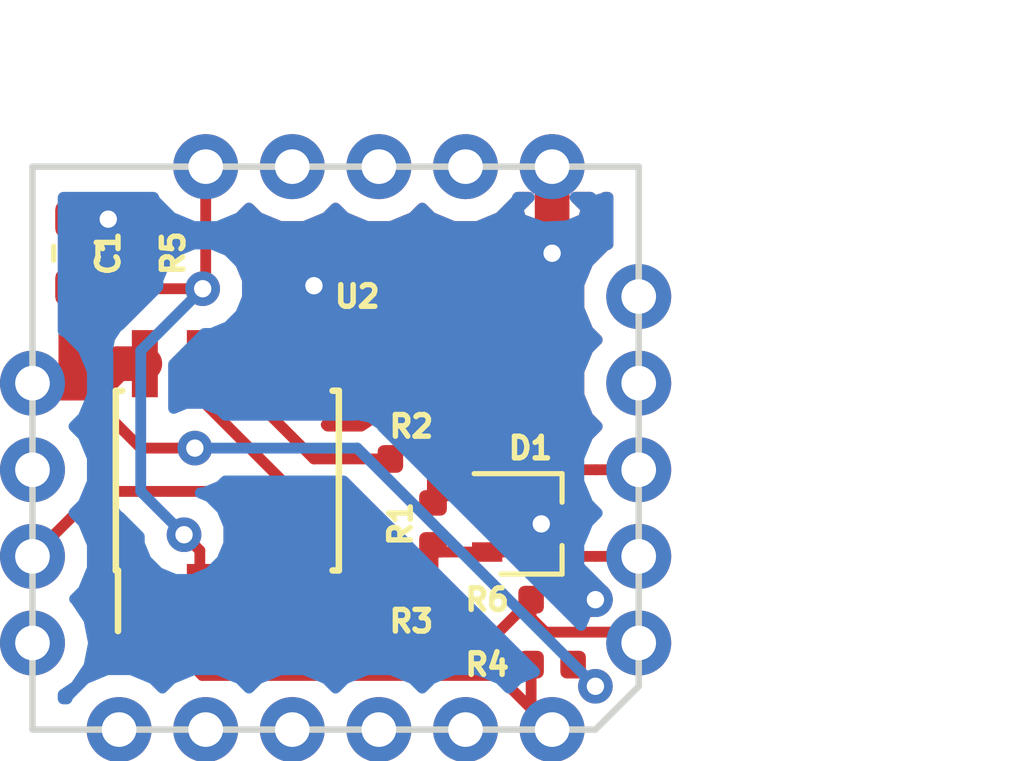
<source format=kicad_pcb>
(kicad_pcb (version 20171130) (host pcbnew 5.0.2-bee76a0~70~ubuntu18.04.1)

  (general
    (thickness 1.6)
    (drawings 5)
    (tracks 87)
    (zones 0)
    (modules 10)
    (nets 23)
  )

  (page A4)
  (layers
    (0 F.Cu signal)
    (1 In1.Cu signal)
    (2 In2.Cu signal)
    (31 B.Cu signal)
    (32 B.Adhes user)
    (33 F.Adhes user)
    (34 B.Paste user)
    (35 F.Paste user)
    (36 B.SilkS user)
    (37 F.SilkS user)
    (38 B.Mask user)
    (39 F.Mask user)
    (40 Dwgs.User user)
    (41 Cmts.User user)
    (42 Eco1.User user)
    (43 Eco2.User user)
    (44 Edge.Cuts user)
    (45 Margin user)
    (46 B.CrtYd user)
    (47 F.CrtYd user)
    (48 B.Fab user)
    (49 F.Fab user)
  )

  (setup
    (last_trace_width 0.25)
    (user_trace_width 0.6)
    (user_trace_width 0.8)
    (user_trace_width 1.2)
    (trace_clearance 0.2)
    (zone_clearance 0.508)
    (zone_45_only no)
    (trace_min 0.2)
    (segment_width 0.2)
    (edge_width 0.15)
    (via_size 0.8)
    (via_drill 0.4)
    (via_min_size 0.4)
    (via_min_drill 0.3)
    (uvia_size 0.3)
    (uvia_drill 0.1)
    (uvias_allowed no)
    (uvia_min_size 0.2)
    (uvia_min_drill 0.1)
    (pcb_text_width 0.3)
    (pcb_text_size 1.5 1.5)
    (mod_edge_width 0.15)
    (mod_text_size 1 1)
    (mod_text_width 0.15)
    (pad_size 1.524 1.524)
    (pad_drill 0.762)
    (pad_to_mask_clearance 0.051)
    (solder_mask_min_width 0.25)
    (aux_axis_origin 0 0)
    (visible_elements FFFFFF7F)
    (pcbplotparams
      (layerselection 0x010fc_ffffffff)
      (usegerberextensions false)
      (usegerberattributes false)
      (usegerberadvancedattributes false)
      (creategerberjobfile false)
      (excludeedgelayer true)
      (linewidth 0.100000)
      (plotframeref false)
      (viasonmask false)
      (mode 1)
      (useauxorigin false)
      (hpglpennumber 1)
      (hpglpenspeed 20)
      (hpglpendiameter 15.000000)
      (psnegative false)
      (psa4output false)
      (plotreference true)
      (plotvalue true)
      (plotinvisibletext false)
      (padsonsilk false)
      (subtractmaskfromsilk false)
      (outputformat 1)
      (mirror false)
      (drillshape 1)
      (scaleselection 1)
      (outputdirectory ""))
  )

  (net 0 "")
  (net 1 +3V3)
  (net 2 GND)
  (net 3 "Net-(D1-Pad1)")
  (net 4 "Net-(D1-Pad2)")
  (net 5 "Net-(R2-Pad1)")
  (net 6 "Net-(R3-Pad1)")
  (net 7 R)
  (net 8 CTS)
  (net 9 "Net-(U1-Pad2)")
  (net 10 D)
  (net 11 "Net-(U1-Pad4)")
  (net 12 "Net-(U1-Pad5)")
  (net 13 "Net-(U1-Pad6)")
  (net 14 "Net-(U1-Pad7)")
  (net 15 "Net-(U1-Pad8)")
  (net 16 "Net-(U1-Pad9)")
  (net 17 "Net-(U1-Pad14)")
  (net 18 "Net-(U1-Pad15)")
  (net 19 "Net-(U1-Pad17)")
  (net 20 "Net-(U1-Pad18)")
  (net 21 "Net-(U1-Pad19)")
  (net 22 RTS)

  (net_class Default "This is the default net class."
    (clearance 0.2)
    (trace_width 0.25)
    (via_dia 0.8)
    (via_drill 0.4)
    (uvia_dia 0.3)
    (uvia_drill 0.1)
    (add_net +3V3)
    (add_net CTS)
    (add_net D)
    (add_net GND)
    (add_net "Net-(D1-Pad1)")
    (add_net "Net-(D1-Pad2)")
    (add_net "Net-(R2-Pad1)")
    (add_net "Net-(R3-Pad1)")
    (add_net "Net-(U1-Pad14)")
    (add_net "Net-(U1-Pad15)")
    (add_net "Net-(U1-Pad17)")
    (add_net "Net-(U1-Pad18)")
    (add_net "Net-(U1-Pad19)")
    (add_net "Net-(U1-Pad2)")
    (add_net "Net-(U1-Pad4)")
    (add_net "Net-(U1-Pad5)")
    (add_net "Net-(U1-Pad6)")
    (add_net "Net-(U1-Pad7)")
    (add_net "Net-(U1-Pad8)")
    (add_net "Net-(U1-Pad9)")
    (add_net R)
    (add_net RTS)
  )

  (module Capacitor_SMD:C_0603_1608Metric (layer F.Cu) (tedit 5CACFA9B) (tstamp 5CAA67AF)
    (at 113.5 62.5 90)
    (descr "Capacitor SMD 0603 (1608 Metric), square (rectangular) end terminal, IPC_7351 nominal, (Body size source: http://www.tortai-tech.com/upload/download/2011102023233369053.pdf), generated with kicad-footprint-generator")
    (tags capacitor)
    (path /5CAA660E)
    (attr smd)
    (fp_text reference C1 (at 0 0.75 90) (layer F.SilkS)
      (effects (font (size 0.5 0.5) (thickness 0.125)))
    )
    (fp_text value C (at 0 1.43 90) (layer F.Fab)
      (effects (font (size 1 1) (thickness 0.15)))
    )
    (fp_line (start -0.8 0.4) (end -0.8 -0.4) (layer F.Fab) (width 0.1))
    (fp_line (start -0.8 -0.4) (end 0.8 -0.4) (layer F.Fab) (width 0.1))
    (fp_line (start 0.8 -0.4) (end 0.8 0.4) (layer F.Fab) (width 0.1))
    (fp_line (start 0.8 0.4) (end -0.8 0.4) (layer F.Fab) (width 0.1))
    (fp_line (start -0.162779 -0.51) (end 0.162779 -0.51) (layer F.SilkS) (width 0.12))
    (fp_line (start -0.162779 0.51) (end 0.162779 0.51) (layer F.SilkS) (width 0.12))
    (fp_line (start -1.48 0.73) (end -1.48 -0.73) (layer F.CrtYd) (width 0.05))
    (fp_line (start -1.48 -0.73) (end 1.48 -0.73) (layer F.CrtYd) (width 0.05))
    (fp_line (start 1.48 -0.73) (end 1.48 0.73) (layer F.CrtYd) (width 0.05))
    (fp_line (start 1.48 0.73) (end -1.48 0.73) (layer F.CrtYd) (width 0.05))
    (fp_text user %R (at 0 0 90) (layer F.Fab)
      (effects (font (size 0.4 0.4) (thickness 0.06)))
    )
    (pad 1 smd roundrect (at -0.7875 0 90) (size 0.875 0.95) (layers F.Cu F.Paste F.Mask) (roundrect_rratio 0.25)
      (net 1 +3V3))
    (pad 2 smd roundrect (at 0.7875 0 90) (size 0.875 0.95) (layers F.Cu F.Paste F.Mask) (roundrect_rratio 0.25)
      (net 2 GND))
    (model ${KISYS3DMOD}/Capacitor_SMD.3dshapes/C_0603_1608Metric.wrl
      (at (xyz 0 0 0))
      (scale (xyz 1 1 1))
      (rotate (xyz 0 0 0))
    )
  )

  (module Package_TO_SOT_SMD:SOT-323_SC-70 (layer F.Cu) (tedit 5CACFA50) (tstamp 5CAA67C4)
    (at 124 68.75)
    (descr "SOT-323, SC-70")
    (tags "SOT-323 SC-70")
    (path /5CAA76C9)
    (attr smd)
    (fp_text reference D1 (at 0 -1.75) (layer F.SilkS)
      (effects (font (size 0.5 0.5) (thickness 0.125)))
    )
    (fp_text value SP0502BAJT (at -0.05 2.05) (layer F.Fab)
      (effects (font (size 1 1) (thickness 0.15)))
    )
    (fp_text user %R (at 0 0 90) (layer F.Fab)
      (effects (font (size 0.5 0.5) (thickness 0.075)))
    )
    (fp_line (start 0.73 0.5) (end 0.73 1.16) (layer F.SilkS) (width 0.12))
    (fp_line (start 0.73 -1.16) (end 0.73 -0.5) (layer F.SilkS) (width 0.12))
    (fp_line (start 1.7 1.3) (end -1.7 1.3) (layer F.CrtYd) (width 0.05))
    (fp_line (start 1.7 -1.3) (end 1.7 1.3) (layer F.CrtYd) (width 0.05))
    (fp_line (start -1.7 -1.3) (end 1.7 -1.3) (layer F.CrtYd) (width 0.05))
    (fp_line (start -1.7 1.3) (end -1.7 -1.3) (layer F.CrtYd) (width 0.05))
    (fp_line (start 0.73 -1.16) (end -1.3 -1.16) (layer F.SilkS) (width 0.12))
    (fp_line (start -0.68 1.16) (end 0.73 1.16) (layer F.SilkS) (width 0.12))
    (fp_line (start 0.67 -1.1) (end -0.18 -1.1) (layer F.Fab) (width 0.1))
    (fp_line (start -0.68 -0.6) (end -0.68 1.1) (layer F.Fab) (width 0.1))
    (fp_line (start 0.67 -1.1) (end 0.67 1.1) (layer F.Fab) (width 0.1))
    (fp_line (start 0.67 1.1) (end -0.68 1.1) (layer F.Fab) (width 0.1))
    (fp_line (start -0.18 -1.1) (end -0.68 -0.6) (layer F.Fab) (width 0.1))
    (pad 1 smd rect (at -1 -0.65 270) (size 0.45 0.7) (layers F.Cu F.Paste F.Mask)
      (net 3 "Net-(D1-Pad1)"))
    (pad 2 smd rect (at -1 0.65 270) (size 0.45 0.7) (layers F.Cu F.Paste F.Mask)
      (net 4 "Net-(D1-Pad2)"))
    (pad 3 smd rect (at 1 0 270) (size 0.45 0.7) (layers F.Cu F.Paste F.Mask)
      (net 2 GND))
    (model ${KISYS3DMOD}/Package_TO_SOT_SMD.3dshapes/SOT-323_SC-70.wrl
      (at (xyz 0 0 0))
      (scale (xyz 1 1 1))
      (rotate (xyz 0 0 0))
    )
  )

  (module Resistor_SMD:R_0402_1005Metric (layer F.Cu) (tedit 5CACFA67) (tstamp 5CAA67D3)
    (at 121.75 68.75 270)
    (descr "Resistor SMD 0402 (1005 Metric), square (rectangular) end terminal, IPC_7351 nominal, (Body size source: http://www.tortai-tech.com/upload/download/2011102023233369053.pdf), generated with kicad-footprint-generator")
    (tags resistor)
    (path /5CAA7AA1)
    (attr smd)
    (fp_text reference R1 (at 0 0.75 270) (layer F.SilkS)
      (effects (font (size 0.5 0.5) (thickness 0.125)))
    )
    (fp_text value R (at 0 1.17 270) (layer F.Fab)
      (effects (font (size 1 1) (thickness 0.15)))
    )
    (fp_text user %R (at 0 0 270) (layer F.Fab)
      (effects (font (size 0.25 0.25) (thickness 0.04)))
    )
    (fp_line (start 0.93 0.47) (end -0.93 0.47) (layer F.CrtYd) (width 0.05))
    (fp_line (start 0.93 -0.47) (end 0.93 0.47) (layer F.CrtYd) (width 0.05))
    (fp_line (start -0.93 -0.47) (end 0.93 -0.47) (layer F.CrtYd) (width 0.05))
    (fp_line (start -0.93 0.47) (end -0.93 -0.47) (layer F.CrtYd) (width 0.05))
    (fp_line (start 0.5 0.25) (end -0.5 0.25) (layer F.Fab) (width 0.1))
    (fp_line (start 0.5 -0.25) (end 0.5 0.25) (layer F.Fab) (width 0.1))
    (fp_line (start -0.5 -0.25) (end 0.5 -0.25) (layer F.Fab) (width 0.1))
    (fp_line (start -0.5 0.25) (end -0.5 -0.25) (layer F.Fab) (width 0.1))
    (pad 2 smd roundrect (at 0.485 0 270) (size 0.59 0.64) (layers F.Cu F.Paste F.Mask) (roundrect_rratio 0.25)
      (net 4 "Net-(D1-Pad2)"))
    (pad 1 smd roundrect (at -0.485 0 270) (size 0.59 0.64) (layers F.Cu F.Paste F.Mask) (roundrect_rratio 0.25)
      (net 3 "Net-(D1-Pad1)"))
    (model ${KISYS3DMOD}/Resistor_SMD.3dshapes/R_0402_1005Metric.wrl
      (at (xyz 0 0 0))
      (scale (xyz 1 1 1))
      (rotate (xyz 0 0 0))
    )
  )

  (module Resistor_SMD:R_0402_1005Metric (layer F.Cu) (tedit 5CACFA44) (tstamp 5CAA67E2)
    (at 121.25 67.25)
    (descr "Resistor SMD 0402 (1005 Metric), square (rectangular) end terminal, IPC_7351 nominal, (Body size source: http://www.tortai-tech.com/upload/download/2011102023233369053.pdf), generated with kicad-footprint-generator")
    (tags resistor)
    (path /5CAA7B9A)
    (attr smd)
    (fp_text reference R2 (at 0 -0.75) (layer F.SilkS)
      (effects (font (size 0.5 0.5) (thickness 0.125)))
    )
    (fp_text value R (at 0 1.17) (layer F.Fab)
      (effects (font (size 1 1) (thickness 0.15)))
    )
    (fp_line (start -0.5 0.25) (end -0.5 -0.25) (layer F.Fab) (width 0.1))
    (fp_line (start -0.5 -0.25) (end 0.5 -0.25) (layer F.Fab) (width 0.1))
    (fp_line (start 0.5 -0.25) (end 0.5 0.25) (layer F.Fab) (width 0.1))
    (fp_line (start 0.5 0.25) (end -0.5 0.25) (layer F.Fab) (width 0.1))
    (fp_line (start -0.93 0.47) (end -0.93 -0.47) (layer F.CrtYd) (width 0.05))
    (fp_line (start -0.93 -0.47) (end 0.93 -0.47) (layer F.CrtYd) (width 0.05))
    (fp_line (start 0.93 -0.47) (end 0.93 0.47) (layer F.CrtYd) (width 0.05))
    (fp_line (start 0.93 0.47) (end -0.93 0.47) (layer F.CrtYd) (width 0.05))
    (fp_text user %R (at 0 0) (layer F.Fab)
      (effects (font (size 0.25 0.25) (thickness 0.04)))
    )
    (pad 1 smd roundrect (at -0.485 0) (size 0.59 0.64) (layers F.Cu F.Paste F.Mask) (roundrect_rratio 0.25)
      (net 5 "Net-(R2-Pad1)"))
    (pad 2 smd roundrect (at 0.485 0) (size 0.59 0.64) (layers F.Cu F.Paste F.Mask) (roundrect_rratio 0.25)
      (net 3 "Net-(D1-Pad1)"))
    (model ${KISYS3DMOD}/Resistor_SMD.3dshapes/R_0402_1005Metric.wrl
      (at (xyz 0 0 0))
      (scale (xyz 1 1 1))
      (rotate (xyz 0 0 0))
    )
  )

  (module Resistor_SMD:R_0402_1005Metric (layer F.Cu) (tedit 5CACFA75) (tstamp 5CAA67F1)
    (at 121.25 70.25)
    (descr "Resistor SMD 0402 (1005 Metric), square (rectangular) end terminal, IPC_7351 nominal, (Body size source: http://www.tortai-tech.com/upload/download/2011102023233369053.pdf), generated with kicad-footprint-generator")
    (tags resistor)
    (path /5CAA7D90)
    (attr smd)
    (fp_text reference R3 (at 0 0.75) (layer F.SilkS)
      (effects (font (size 0.5 0.5) (thickness 0.125)))
    )
    (fp_text value R (at 0 1.17) (layer F.Fab)
      (effects (font (size 1 1) (thickness 0.15)))
    )
    (fp_text user %R (at 0 0) (layer F.Fab)
      (effects (font (size 0.25 0.25) (thickness 0.04)))
    )
    (fp_line (start 0.93 0.47) (end -0.93 0.47) (layer F.CrtYd) (width 0.05))
    (fp_line (start 0.93 -0.47) (end 0.93 0.47) (layer F.CrtYd) (width 0.05))
    (fp_line (start -0.93 -0.47) (end 0.93 -0.47) (layer F.CrtYd) (width 0.05))
    (fp_line (start -0.93 0.47) (end -0.93 -0.47) (layer F.CrtYd) (width 0.05))
    (fp_line (start 0.5 0.25) (end -0.5 0.25) (layer F.Fab) (width 0.1))
    (fp_line (start 0.5 -0.25) (end 0.5 0.25) (layer F.Fab) (width 0.1))
    (fp_line (start -0.5 -0.25) (end 0.5 -0.25) (layer F.Fab) (width 0.1))
    (fp_line (start -0.5 0.25) (end -0.5 -0.25) (layer F.Fab) (width 0.1))
    (pad 2 smd roundrect (at 0.485 0) (size 0.59 0.64) (layers F.Cu F.Paste F.Mask) (roundrect_rratio 0.25)
      (net 4 "Net-(D1-Pad2)"))
    (pad 1 smd roundrect (at -0.485 0) (size 0.59 0.64) (layers F.Cu F.Paste F.Mask) (roundrect_rratio 0.25)
      (net 6 "Net-(R3-Pad1)"))
    (model ${KISYS3DMOD}/Resistor_SMD.3dshapes/R_0402_1005Metric.wrl
      (at (xyz 0 0 0))
      (scale (xyz 1 1 1))
      (rotate (xyz 0 0 0))
    )
  )

  (module Resistor_SMD:R_0402_1005Metric (layer F.Cu) (tedit 5CACFA81) (tstamp 5CAA6800)
    (at 124.5 72 180)
    (descr "Resistor SMD 0402 (1005 Metric), square (rectangular) end terminal, IPC_7351 nominal, (Body size source: http://www.tortai-tech.com/upload/download/2011102023233369053.pdf), generated with kicad-footprint-generator")
    (tags resistor)
    (path /5CAA5C63)
    (attr smd)
    (fp_text reference R4 (at 1.5 0 180) (layer F.SilkS)
      (effects (font (size 0.5 0.5) (thickness 0.125)))
    )
    (fp_text value R (at 0 1.17 180) (layer F.Fab)
      (effects (font (size 1 1) (thickness 0.15)))
    )
    (fp_line (start -0.5 0.25) (end -0.5 -0.25) (layer F.Fab) (width 0.1))
    (fp_line (start -0.5 -0.25) (end 0.5 -0.25) (layer F.Fab) (width 0.1))
    (fp_line (start 0.5 -0.25) (end 0.5 0.25) (layer F.Fab) (width 0.1))
    (fp_line (start 0.5 0.25) (end -0.5 0.25) (layer F.Fab) (width 0.1))
    (fp_line (start -0.93 0.47) (end -0.93 -0.47) (layer F.CrtYd) (width 0.05))
    (fp_line (start -0.93 -0.47) (end 0.93 -0.47) (layer F.CrtYd) (width 0.05))
    (fp_line (start 0.93 -0.47) (end 0.93 0.47) (layer F.CrtYd) (width 0.05))
    (fp_line (start 0.93 0.47) (end -0.93 0.47) (layer F.CrtYd) (width 0.05))
    (fp_text user %R (at 0 0 180) (layer F.Fab)
      (effects (font (size 0.25 0.25) (thickness 0.04)))
    )
    (pad 1 smd roundrect (at -0.485 0 180) (size 0.59 0.64) (layers F.Cu F.Paste F.Mask) (roundrect_rratio 0.25)
      (net 1 +3V3))
    (pad 2 smd roundrect (at 0.485 0 180) (size 0.59 0.64) (layers F.Cu F.Paste F.Mask) (roundrect_rratio 0.25)
      (net 7 R))
    (model ${KISYS3DMOD}/Resistor_SMD.3dshapes/R_0402_1005Metric.wrl
      (at (xyz 0 0 0))
      (scale (xyz 1 1 1))
      (rotate (xyz 0 0 0))
    )
  )

  (module Resistor_SMD:R_0402_1005Metric (layer F.Cu) (tedit 5CACFA95) (tstamp 5CAA680F)
    (at 115 62.5 90)
    (descr "Resistor SMD 0402 (1005 Metric), square (rectangular) end terminal, IPC_7351 nominal, (Body size source: http://www.tortai-tech.com/upload/download/2011102023233369053.pdf), generated with kicad-footprint-generator")
    (tags resistor)
    (path /5CAA5D41)
    (attr smd)
    (fp_text reference R5 (at 0 0.75 90) (layer F.SilkS)
      (effects (font (size 0.5 0.5) (thickness 0.125)))
    )
    (fp_text value R (at 0 1.17 90) (layer F.Fab)
      (effects (font (size 1 1) (thickness 0.15)))
    )
    (fp_text user %R (at 0 0 90) (layer F.Fab)
      (effects (font (size 0.25 0.25) (thickness 0.04)))
    )
    (fp_line (start 0.93 0.47) (end -0.93 0.47) (layer F.CrtYd) (width 0.05))
    (fp_line (start 0.93 -0.47) (end 0.93 0.47) (layer F.CrtYd) (width 0.05))
    (fp_line (start -0.93 -0.47) (end 0.93 -0.47) (layer F.CrtYd) (width 0.05))
    (fp_line (start -0.93 0.47) (end -0.93 -0.47) (layer F.CrtYd) (width 0.05))
    (fp_line (start 0.5 0.25) (end -0.5 0.25) (layer F.Fab) (width 0.1))
    (fp_line (start 0.5 -0.25) (end 0.5 0.25) (layer F.Fab) (width 0.1))
    (fp_line (start -0.5 -0.25) (end 0.5 -0.25) (layer F.Fab) (width 0.1))
    (fp_line (start -0.5 0.25) (end -0.5 -0.25) (layer F.Fab) (width 0.1))
    (pad 2 smd roundrect (at 0.485 0 90) (size 0.59 0.64) (layers F.Cu F.Paste F.Mask) (roundrect_rratio 0.25)
      (net 2 GND))
    (pad 1 smd roundrect (at -0.485 0 90) (size 0.59 0.64) (layers F.Cu F.Paste F.Mask) (roundrect_rratio 0.25)
      (net 22 RTS))
    (model ${KISYS3DMOD}/Resistor_SMD.3dshapes/R_0402_1005Metric.wrl
      (at (xyz 0 0 0))
      (scale (xyz 1 1 1))
      (rotate (xyz 0 0 0))
    )
  )

  (module Resistor_SMD:R_0402_1005Metric (layer F.Cu) (tedit 5CACFA5F) (tstamp 5CAA681E)
    (at 124.5 70.5)
    (descr "Resistor SMD 0402 (1005 Metric), square (rectangular) end terminal, IPC_7351 nominal, (Body size source: http://www.tortai-tech.com/upload/download/2011102023233369053.pdf), generated with kicad-footprint-generator")
    (tags resistor)
    (path /5CAA5D8F)
    (attr smd)
    (fp_text reference R6 (at -1.5 0) (layer F.SilkS)
      (effects (font (size 0.5 0.5) (thickness 0.125)))
    )
    (fp_text value R (at 0 1.17) (layer F.Fab)
      (effects (font (size 1 1) (thickness 0.15)))
    )
    (fp_line (start -0.5 0.25) (end -0.5 -0.25) (layer F.Fab) (width 0.1))
    (fp_line (start -0.5 -0.25) (end 0.5 -0.25) (layer F.Fab) (width 0.1))
    (fp_line (start 0.5 -0.25) (end 0.5 0.25) (layer F.Fab) (width 0.1))
    (fp_line (start 0.5 0.25) (end -0.5 0.25) (layer F.Fab) (width 0.1))
    (fp_line (start -0.93 0.47) (end -0.93 -0.47) (layer F.CrtYd) (width 0.05))
    (fp_line (start -0.93 -0.47) (end 0.93 -0.47) (layer F.CrtYd) (width 0.05))
    (fp_line (start 0.93 -0.47) (end 0.93 0.47) (layer F.CrtYd) (width 0.05))
    (fp_line (start 0.93 0.47) (end -0.93 0.47) (layer F.CrtYd) (width 0.05))
    (fp_text user %R (at 0 0) (layer F.Fab)
      (effects (font (size 0.25 0.25) (thickness 0.04)))
    )
    (pad 1 smd roundrect (at -0.485 0) (size 0.59 0.64) (layers F.Cu F.Paste F.Mask) (roundrect_rratio 0.25)
      (net 8 CTS))
    (pad 2 smd roundrect (at 0.485 0) (size 0.59 0.64) (layers F.Cu F.Paste F.Mask) (roundrect_rratio 0.25)
      (net 2 GND))
    (model ${KISYS3DMOD}/Resistor_SMD.3dshapes/R_0402_1005Metric.wrl
      (at (xyz 0 0 0))
      (scale (xyz 1 1 1))
      (rotate (xyz 0 0 0))
    )
  )

  (module Package_SO:SOIC-8_3.9x4.9mm_P1.27mm (layer F.Cu) (tedit 5CACFA89) (tstamp 5CAA6858)
    (at 117 67.75 90)
    (descr "8-Lead Plastic Small Outline (SN) - Narrow, 3.90 mm Body [SOIC] (see Microchip Packaging Specification 00000049BS.pdf)")
    (tags "SOIC 1.27")
    (path /5CAA592B)
    (attr smd)
    (fp_text reference U2 (at 4.25 3) (layer F.SilkS)
      (effects (font (size 0.5 0.5) (thickness 0.125)))
    )
    (fp_text value SN65HVD72DR (at 0 3.5 90) (layer F.Fab)
      (effects (font (size 1 1) (thickness 0.15)))
    )
    (fp_text user %R (at 0 0 90) (layer F.Fab)
      (effects (font (size 1 1) (thickness 0.15)))
    )
    (fp_line (start -0.95 -2.45) (end 1.95 -2.45) (layer F.Fab) (width 0.1))
    (fp_line (start 1.95 -2.45) (end 1.95 2.45) (layer F.Fab) (width 0.1))
    (fp_line (start 1.95 2.45) (end -1.95 2.45) (layer F.Fab) (width 0.1))
    (fp_line (start -1.95 2.45) (end -1.95 -1.45) (layer F.Fab) (width 0.1))
    (fp_line (start -1.95 -1.45) (end -0.95 -2.45) (layer F.Fab) (width 0.1))
    (fp_line (start -3.73 -2.7) (end -3.73 2.7) (layer F.CrtYd) (width 0.05))
    (fp_line (start 3.73 -2.7) (end 3.73 2.7) (layer F.CrtYd) (width 0.05))
    (fp_line (start -3.73 -2.7) (end 3.73 -2.7) (layer F.CrtYd) (width 0.05))
    (fp_line (start -3.73 2.7) (end 3.73 2.7) (layer F.CrtYd) (width 0.05))
    (fp_line (start -2.075 -2.575) (end -2.075 -2.525) (layer F.SilkS) (width 0.15))
    (fp_line (start 2.075 -2.575) (end 2.075 -2.43) (layer F.SilkS) (width 0.15))
    (fp_line (start 2.075 2.575) (end 2.075 2.43) (layer F.SilkS) (width 0.15))
    (fp_line (start -2.075 2.575) (end -2.075 2.43) (layer F.SilkS) (width 0.15))
    (fp_line (start -2.075 -2.575) (end 2.075 -2.575) (layer F.SilkS) (width 0.15))
    (fp_line (start -2.075 2.575) (end 2.075 2.575) (layer F.SilkS) (width 0.15))
    (fp_line (start -2.075 -2.525) (end -3.475 -2.525) (layer F.SilkS) (width 0.15))
    (pad 1 smd rect (at -2.7 -1.905 90) (size 1.55 0.6) (layers F.Cu F.Paste F.Mask)
      (net 7 R))
    (pad 2 smd rect (at -2.7 -0.635 90) (size 1.55 0.6) (layers F.Cu F.Paste F.Mask)
      (net 22 RTS))
    (pad 3 smd rect (at -2.7 0.635 90) (size 1.55 0.6) (layers F.Cu F.Paste F.Mask)
      (net 8 CTS))
    (pad 4 smd rect (at -2.7 1.905 90) (size 1.55 0.6) (layers F.Cu F.Paste F.Mask)
      (net 10 D))
    (pad 5 smd rect (at 2.7 1.905 90) (size 1.55 0.6) (layers F.Cu F.Paste F.Mask)
      (net 2 GND))
    (pad 6 smd rect (at 2.7 0.635 90) (size 1.55 0.6) (layers F.Cu F.Paste F.Mask)
      (net 5 "Net-(R2-Pad1)"))
    (pad 7 smd rect (at 2.7 -0.635 90) (size 1.55 0.6) (layers F.Cu F.Paste F.Mask)
      (net 6 "Net-(R3-Pad1)"))
    (pad 8 smd rect (at 2.7 -1.905 90) (size 1.55 0.6) (layers F.Cu F.Paste F.Mask)
      (net 1 +3V3))
    (model ${KISYS3DMOD}/Package_SO.3dshapes/SOIC-8_3.9x4.9mm_P1.27mm.wrl
      (at (xyz 0 0 0))
      (scale (xyz 1 1 1))
      (rotate (xyz 0 0 0))
    )
  )

  (module TJ:LAN8742_INT_B (layer F.Cu) (tedit 5CACFAAB) (tstamp 5CAB756A)
    (at 112.5 60.5)
    (path /5CAA5A15)
    (fp_text reference U1 (at 16 -1) (layer F.SilkS) hide
      (effects (font (size 1 1) (thickness 0.15)))
    )
    (fp_text value LAN8742_INT (at 18 -3) (layer F.Fab)
      (effects (font (size 1 1) (thickness 0.15)))
    )
    (fp_line (start 0 0) (end 0 13) (layer F.CrtYd) (width 0.15))
    (fp_line (start 0 13) (end 13 13) (layer F.CrtYd) (width 0.15))
    (fp_line (start 13 13) (end 14 12) (layer F.CrtYd) (width 0.15))
    (fp_line (start 14 12) (end 14 0) (layer F.CrtYd) (width 0.15))
    (fp_line (start 14 0) (end 0 0) (layer F.CrtYd) (width 0.15))
    (pad 1 thru_hole circle (at 0 5) (size 1.5 1.5) (drill 0.8) (layers *.Cu *.Mask)
      (net 1 +3V3))
    (pad 2 thru_hole circle (at 0 7) (size 1.5 1.5) (drill 0.8) (layers *.Cu *.Mask)
      (net 9 "Net-(U1-Pad2)"))
    (pad 3 thru_hole circle (at 0 9) (size 1.5 1.5) (drill 0.8) (layers *.Cu *.Mask)
      (net 10 D))
    (pad 4 thru_hole oval (at 0 11) (size 1.5 1.5) (drill 0.8) (layers *.Cu *.Mask)
      (net 11 "Net-(U1-Pad4)"))
    (pad 5 thru_hole circle (at 2 13) (size 1.5 1.5) (drill 0.8) (layers *.Cu *.Mask)
      (net 12 "Net-(U1-Pad5)"))
    (pad 6 thru_hole circle (at 4 13) (size 1.5 1.5) (drill 0.8) (layers *.Cu *.Mask)
      (net 13 "Net-(U1-Pad6)"))
    (pad 7 thru_hole circle (at 6 13) (size 1.5 1.5) (drill 0.8) (layers *.Cu *.Mask)
      (net 14 "Net-(U1-Pad7)"))
    (pad 8 thru_hole circle (at 8 13) (size 1.5 1.5) (drill 0.8) (layers *.Cu *.Mask)
      (net 15 "Net-(U1-Pad8)"))
    (pad 9 thru_hole circle (at 10 13) (size 1.5 1.5) (drill 0.8) (layers *.Cu *.Mask)
      (net 16 "Net-(U1-Pad9)"))
    (pad 10 thru_hole circle (at 12 13) (size 1.5 1.5) (drill 0.8) (layers *.Cu *.Mask)
      (net 7 R))
    (pad 11 thru_hole circle (at 14 11) (size 1.5 1.5) (drill 0.8) (layers *.Cu *.Mask)
      (net 8 CTS))
    (pad 12 thru_hole circle (at 14 9) (size 1.5 1.5) (drill 0.8) (layers *.Cu *.Mask)
      (net 4 "Net-(D1-Pad2)"))
    (pad 13 thru_hole circle (at 14 7) (size 1.5 1.5) (drill 0.8) (layers *.Cu *.Mask)
      (net 3 "Net-(D1-Pad1)"))
    (pad 14 thru_hole circle (at 14 5) (size 1.5 1.5) (drill 0.8) (layers *.Cu *.Mask)
      (net 17 "Net-(U1-Pad14)"))
    (pad 15 thru_hole circle (at 14 3) (size 1.5 1.5) (drill 0.8) (layers *.Cu *.Mask)
      (net 18 "Net-(U1-Pad15)"))
    (pad 16 thru_hole circle (at 12 0) (size 1.5 1.5) (drill 0.8) (layers *.Cu *.Mask)
      (net 2 GND))
    (pad 17 thru_hole circle (at 10 0) (size 1.5 1.5) (drill 0.8) (layers *.Cu *.Mask)
      (net 19 "Net-(U1-Pad17)"))
    (pad 18 thru_hole circle (at 8 0) (size 1.5 1.5) (drill 0.8) (layers *.Cu *.Mask)
      (net 20 "Net-(U1-Pad18)"))
    (pad 19 thru_hole circle (at 6 0) (size 1.5 1.5) (drill 0.8) (layers *.Cu *.Mask)
      (net 21 "Net-(U1-Pad19)"))
    (pad 20 thru_hole circle (at 4 0) (size 1.5 1.5) (drill 0.8) (layers *.Cu *.Mask)
      (net 22 RTS))
  )

  (gr_line (start 112.5 73.5) (end 112.5 60.5) (layer Edge.Cuts) (width 0.15))
  (gr_line (start 125.5 73.5) (end 112.5 73.5) (layer Edge.Cuts) (width 0.15))
  (gr_line (start 126.5 72.5) (end 125.5 73.5) (layer Edge.Cuts) (width 0.15))
  (gr_line (start 126.5 60.5) (end 126.5 72.5) (layer Edge.Cuts) (width 0.15))
  (gr_line (start 112.5 60.5) (end 126.5 60.5) (layer Edge.Cuts) (width 0.15))

  (via (at 125.5 72.5) (size 0.8) (drill 0.4) (layers F.Cu B.Cu) (net 1))
  (segment (start 125 72) (end 125.5 72.5) (width 0.25) (layer F.Cu) (net 1))
  (segment (start 124.985 72) (end 125 72) (width 0.25) (layer F.Cu) (net 1))
  (segment (start 113.5 65.25) (end 113.25 65.5) (width 0.8) (layer F.Cu) (net 1))
  (segment (start 113.5 63.2875) (end 113.5 65.25) (width 0.8) (layer F.Cu) (net 1))
  (segment (start 113.25 65.5) (end 114.05 65.5) (width 0.8) (layer F.Cu) (net 1))
  (via (at 116.25 67) (size 0.8) (drill 0.4) (layers F.Cu B.Cu) (net 1))
  (segment (start 121.75 68.75) (end 120 67) (width 0.25) (layer B.Cu) (net 1))
  (segment (start 125.5 72.5) (end 121.75 68.75) (width 0.25) (layer B.Cu) (net 1))
  (segment (start 116.25 67) (end 120 67) (width 0.25) (layer B.Cu) (net 1))
  (segment (start 121.75 68.75) (end 120.25 67.25) (width 0.25) (layer B.Cu) (net 1))
  (segment (start 120 67) (end 120.25 67.25) (width 0.25) (layer B.Cu) (net 1))
  (segment (start 116.25 67) (end 115 67) (width 0.25) (layer F.Cu) (net 1))
  (segment (start 113.5 65.5) (end 112 65.5) (width 0.25) (layer F.Cu) (net 1))
  (segment (start 115 67) (end 113.5 65.5) (width 0.25) (layer F.Cu) (net 1))
  (segment (start 114.05 65.5) (end 114.05 65.45) (width 0.8) (layer F.Cu) (net 1))
  (segment (start 114.45 65.05) (end 115.095 65.05) (width 0.8) (layer F.Cu) (net 1))
  (segment (start 114.05 65.45) (end 114.45 65.05) (width 0.8) (layer F.Cu) (net 1))
  (segment (start 113.5 65.5) (end 112.5 65.5) (width 0.8) (layer F.Cu) (net 1))
  (via (at 124.25 68.75) (size 0.8) (drill 0.4) (layers F.Cu B.Cu) (net 2))
  (segment (start 114.6975 61.7125) (end 115 62.015) (width 0.25) (layer F.Cu) (net 2))
  (via (at 114.25 61.7125) (size 0.8) (drill 0.4) (layers F.Cu B.Cu) (net 2))
  (segment (start 114.25 61.7125) (end 114.6975 61.7125) (width 0.25) (layer F.Cu) (net 2))
  (segment (start 113.5 61.7125) (end 114.25 61.7125) (width 0.25) (layer F.Cu) (net 2))
  (via (at 119 63.25) (size 0.8) (drill 0.4) (layers F.Cu B.Cu) (net 2))
  (via (at 124.5 62.5) (size 0.8) (drill 0.4) (layers F.Cu B.Cu) (net 2))
  (via (at 125.5 70.5) (size 0.8) (drill 0.4) (layers F.Cu B.Cu) (net 2))
  (segment (start 124.985 70.5) (end 125.5 70.5) (width 0.8) (layer F.Cu) (net 2))
  (segment (start 124.25 68.75) (end 125 68.75) (width 0.8) (layer F.Cu) (net 2))
  (segment (start 124.5 61.934315) (end 124.5 61.17501) (width 0.8) (layer F.Cu) (net 2))
  (segment (start 124.5 62.5) (end 124.5 61.934315) (width 0.8) (layer F.Cu) (net 2))
  (segment (start 124.25 69.25) (end 125.5 70.5) (width 0.8) (layer B.Cu) (net 2))
  (segment (start 124.25 68.75) (end 124.25 69.25) (width 0.8) (layer B.Cu) (net 2))
  (segment (start 121.915 68.1) (end 121.75 68.265) (width 0.25) (layer F.Cu) (net 3))
  (segment (start 123 68.1) (end 121.915 68.1) (width 0.25) (layer F.Cu) (net 3))
  (segment (start 121.735 68.25) (end 121.75 68.265) (width 0.25) (layer F.Cu) (net 3))
  (segment (start 121.735 67.25) (end 121.735 68.25) (width 0.25) (layer F.Cu) (net 3))
  (segment (start 125.5 67.5) (end 127 67.5) (width 0.25) (layer F.Cu) (net 3))
  (segment (start 124.2 67.5) (end 125.5 67.5) (width 0.25) (layer F.Cu) (net 3))
  (segment (start 123.6 68.1) (end 124.2 67.5) (width 0.25) (layer F.Cu) (net 3))
  (segment (start 123 68.1) (end 123.6 68.1) (width 0.25) (layer F.Cu) (net 3))
  (segment (start 121.915 69.4) (end 121.75 69.235) (width 0.25) (layer F.Cu) (net 4))
  (segment (start 123 69.4) (end 121.915 69.4) (width 0.25) (layer F.Cu) (net 4))
  (segment (start 121.75 70.235) (end 121.735 70.25) (width 0.25) (layer F.Cu) (net 4))
  (segment (start 121.75 69.235) (end 121.75 70.235) (width 0.25) (layer F.Cu) (net 4))
  (segment (start 123.7 69.5) (end 125.5 69.5) (width 0.25) (layer F.Cu) (net 4))
  (segment (start 125.5 69.5) (end 127 69.5) (width 0.25) (layer F.Cu) (net 4))
  (segment (start 123.6 69.4) (end 123.7 69.5) (width 0.25) (layer F.Cu) (net 4))
  (segment (start 123 69.4) (end 123.6 69.4) (width 0.25) (layer F.Cu) (net 4))
  (segment (start 117.635 65.885) (end 117.635 65.05) (width 0.25) (layer F.Cu) (net 5))
  (segment (start 120.765 67.25) (end 119 67.25) (width 0.25) (layer F.Cu) (net 5))
  (segment (start 119 67.25) (end 117.635 65.885) (width 0.25) (layer F.Cu) (net 5))
  (segment (start 116.365 65.85) (end 116.365 65.05) (width 0.25) (layer F.Cu) (net 6))
  (segment (start 120.765 70.25) (end 116.365 65.85) (width 0.25) (layer F.Cu) (net 6))
  (segment (start 124.015 73.515) (end 124.5 74) (width 0.25) (layer F.Cu) (net 7))
  (segment (start 124.015 72) (end 124.015 73.515) (width 0.25) (layer F.Cu) (net 7))
  (segment (start 115.095 70.925) (end 115.095 70.45) (width 0.25) (layer F.Cu) (net 7))
  (segment (start 116.42 72.25) (end 115.095 70.925) (width 0.25) (layer F.Cu) (net 7))
  (segment (start 123.37 72.25) (end 116.42 72.25) (width 0.25) (layer F.Cu) (net 7))
  (segment (start 124.5 73.5) (end 124.5 74) (width 0.25) (layer F.Cu) (net 7))
  (segment (start 123.37 72.37) (end 124.5 73.5) (width 0.25) (layer F.Cu) (net 7))
  (segment (start 123.37 72.25) (end 123.37 72.37) (width 0.25) (layer F.Cu) (net 7))
  (segment (start 126.75 71.25) (end 127 71.5) (width 0.25) (layer F.Cu) (net 8))
  (segment (start 124.345 71.25) (end 126.75 71.25) (width 0.25) (layer F.Cu) (net 8))
  (segment (start 124.015 70.5) (end 124.015 70.92) (width 0.25) (layer F.Cu) (net 8))
  (segment (start 124.015 70.92) (end 124.345 71.25) (width 0.25) (layer F.Cu) (net 8))
  (segment (start 117.635 70.925) (end 118.46 71.75) (width 0.25) (layer F.Cu) (net 8))
  (segment (start 117.635 70.45) (end 117.635 70.925) (width 0.25) (layer F.Cu) (net 8))
  (segment (start 122.765 71.75) (end 124.015 70.5) (width 0.25) (layer F.Cu) (net 8))
  (segment (start 118.46 71.75) (end 122.765 71.75) (width 0.25) (layer F.Cu) (net 8))
  (segment (start 118.905 69.975) (end 117.5 68.57) (width 0.25) (layer F.Cu) (net 10))
  (segment (start 118.905 70.45) (end 118.905 69.975) (width 0.25) (layer F.Cu) (net 10))
  (segment (start 118.905 69.975) (end 116.93 68) (width 0.25) (layer F.Cu) (net 10))
  (segment (start 116.93 68) (end 114 68) (width 0.25) (layer F.Cu) (net 10))
  (segment (start 112.5 69.5) (end 112 69.5) (width 0.25) (layer F.Cu) (net 10))
  (segment (start 114 68) (end 112.5 69.5) (width 0.25) (layer F.Cu) (net 10))
  (segment (start 116.5 60) (end 116.5 63.25) (width 0.25) (layer F.Cu) (net 22))
  (segment (start 115 62.985) (end 115.334168 63.319168) (width 0.25) (layer F.Cu) (net 22))
  (segment (start 115.334168 63.319168) (end 116.430832 63.319168) (width 0.25) (layer F.Cu) (net 22))
  (via (at 116.430832 63.319168) (size 0.8) (drill 0.4) (layers F.Cu B.Cu) (net 22))
  (segment (start 116.5 63.25) (end 116.430832 63.319168) (width 0.25) (layer F.Cu) (net 22))
  (segment (start 116.365 70.45) (end 116.365 69.365) (width 0.25) (layer F.Cu) (net 22))
  (segment (start 116.365 69.365) (end 116 69) (width 0.25) (layer F.Cu) (net 22))
  (via (at 116 69) (size 0.8) (drill 0.4) (layers F.Cu B.Cu) (net 22))
  (segment (start 116.430832 63.319168) (end 115 64.75) (width 0.25) (layer B.Cu) (net 22))
  (segment (start 115 68) (end 116 69) (width 0.25) (layer B.Cu) (net 22))
  (segment (start 115 64.75) (end 115 68) (width 0.25) (layer B.Cu) (net 22))

  (zone (net 2) (net_name GND) (layer F.Cu) (tstamp 0) (hatch edge 0.508)
    (priority 10)
    (connect_pads (clearance 0.508))
    (min_thickness 0.254)
    (fill yes (arc_segments 16) (thermal_gap 0.508) (thermal_bridge_width 0.508))
    (polygon
      (pts
        (xy 112.5 60.5) (xy 126.5 60.5) (xy 126.5 72.5) (xy 125.5 73.5) (xy 112.5 73.5)
      )
    )
    (filled_polygon
      (pts
        (xy 125.112 70.373) (xy 125.132 70.373) (xy 125.132 70.49) (xy 124.95744 70.49) (xy 124.95744 70.353)
        (xy 125.112 70.353)
      )
    )
    (filled_polygon
      (pts
        (xy 124.015 68.74) (xy 124.010135 68.74) (xy 124.015 68.736749)
      )
    )
    (filled_polygon
      (pts
        (xy 125.127 68.6375) (xy 125.147 68.6375) (xy 125.147 68.74) (xy 124.853 68.74) (xy 124.853 68.6375)
        (xy 124.873 68.6375) (xy 124.873 68.603) (xy 125.127 68.603)
      )
    )
    (filled_polygon
      (pts
        (xy 123.708088 61.471517) (xy 123.776077 61.71246) (xy 124.295171 61.897201) (xy 124.845448 61.86923) (xy 125.223923 61.71246)
        (xy 125.291912 61.471517) (xy 125.030395 61.21) (xy 125.389605 61.21) (xy 125.471517 61.291912) (xy 125.71246 61.223923)
        (xy 125.717415 61.21) (xy 125.79 61.21) (xy 125.79 62.294978) (xy 125.71546 62.325853) (xy 125.325853 62.71546)
        (xy 125.115 63.224506) (xy 125.115 63.775494) (xy 125.325853 64.28454) (xy 125.541313 64.5) (xy 125.325853 64.71546)
        (xy 125.115 65.224506) (xy 125.115 65.775494) (xy 125.325853 66.28454) (xy 125.541313 66.5) (xy 125.325853 66.71546)
        (xy 125.315688 66.74) (xy 124.274846 66.74) (xy 124.199999 66.725112) (xy 124.125152 66.74) (xy 124.125148 66.74)
        (xy 123.903463 66.784096) (xy 123.652071 66.952071) (xy 123.609671 67.015527) (xy 123.389735 67.235464) (xy 123.35 67.22756)
        (xy 122.67744 67.22756) (xy 122.67744 67.0775) (xy 122.616929 66.77329) (xy 122.444607 66.515393) (xy 122.18671 66.343071)
        (xy 121.8825 66.28256) (xy 121.5875 66.28256) (xy 121.28329 66.343071) (xy 121.25 66.365315) (xy 121.21671 66.343071)
        (xy 120.9125 66.28256) (xy 120.6175 66.28256) (xy 120.31329 66.343071) (xy 120.093396 66.49) (xy 119.314802 66.49)
        (xy 119.284802 66.46) (xy 119.33131 66.46) (xy 119.564699 66.363327) (xy 119.743327 66.184698) (xy 119.84 65.951309)
        (xy 119.84 65.33575) (xy 119.68125 65.177) (xy 119.032 65.177) (xy 119.032 65.197) (xy 118.778 65.197)
        (xy 118.778 65.177) (xy 118.758 65.177) (xy 118.758 64.923) (xy 118.778 64.923) (xy 118.778 63.79875)
        (xy 119.032 63.79875) (xy 119.032 64.923) (xy 119.68125 64.923) (xy 119.84 64.76425) (xy 119.84 64.148691)
        (xy 119.743327 63.915302) (xy 119.564699 63.736673) (xy 119.33131 63.64) (xy 119.19075 63.64) (xy 119.032 63.79875)
        (xy 118.778 63.79875) (xy 118.61925 63.64) (xy 118.47869 63.64) (xy 118.261972 63.729768) (xy 118.182765 63.676843)
        (xy 117.935 63.62756) (xy 117.423368 63.62756) (xy 117.465832 63.525042) (xy 117.465832 63.113294) (xy 117.308263 62.732888)
        (xy 117.26 62.684625) (xy 117.26 61.684312) (xy 117.28454 61.674147) (xy 117.5 61.458687) (xy 117.71546 61.674147)
        (xy 118.224506 61.885) (xy 118.775494 61.885) (xy 119.28454 61.674147) (xy 119.5 61.458687) (xy 119.71546 61.674147)
        (xy 120.224506 61.885) (xy 120.775494 61.885) (xy 121.28454 61.674147) (xy 121.5 61.458687) (xy 121.71546 61.674147)
        (xy 122.224506 61.885) (xy 122.775494 61.885) (xy 123.28454 61.674147) (xy 123.674147 61.28454) (xy 123.705022 61.21)
        (xy 123.969605 61.21)
      )
    )
    (filled_polygon
      (pts
        (xy 115.127 61.888) (xy 115.147 61.888) (xy 115.147 62.04256) (xy 114.853 62.04256) (xy 114.853 61.888)
        (xy 114.873 61.888) (xy 114.873 61.868) (xy 115.127 61.868)
      )
    )
    (filled_polygon
      (pts
        (xy 113.627 61.5855) (xy 113.647 61.5855) (xy 113.647 61.8395) (xy 113.627 61.8395) (xy 113.627 61.8595)
        (xy 113.373 61.8595) (xy 113.373 61.8395) (xy 113.353 61.8395) (xy 113.353 61.5855) (xy 113.373 61.5855)
        (xy 113.373 61.5655) (xy 113.627 61.5655)
      )
    )
  )
  (zone (net 2) (net_name GND) (layer B.Cu) (tstamp 0) (hatch edge 0.508)
    (priority 10)
    (connect_pads (clearance 0.508))
    (min_thickness 0.254)
    (fill yes (arc_segments 16) (thermal_gap 0.508) (thermal_bridge_width 0.508))
    (polygon
      (pts
        (xy 112.5 60.5) (xy 126.5 60.5) (xy 126.5 72.5) (xy 125.5 73.5) (xy 112.5 73.5)
      )
    )
    (filled_polygon
      (pts
        (xy 115.325853 61.28454) (xy 115.71546 61.674147) (xy 116.224506 61.885) (xy 116.775494 61.885) (xy 117.28454 61.674147)
        (xy 117.5 61.458687) (xy 117.71546 61.674147) (xy 118.224506 61.885) (xy 118.775494 61.885) (xy 119.28454 61.674147)
        (xy 119.5 61.458687) (xy 119.71546 61.674147) (xy 120.224506 61.885) (xy 120.775494 61.885) (xy 121.28454 61.674147)
        (xy 121.5 61.458687) (xy 121.71546 61.674147) (xy 122.224506 61.885) (xy 122.775494 61.885) (xy 123.28454 61.674147)
        (xy 123.674147 61.28454) (xy 123.705022 61.21) (xy 123.969605 61.21) (xy 123.708088 61.471517) (xy 123.776077 61.71246)
        (xy 124.295171 61.897201) (xy 124.845448 61.86923) (xy 125.223923 61.71246) (xy 125.291912 61.471517) (xy 125.030395 61.21)
        (xy 125.389605 61.21) (xy 125.471517 61.291912) (xy 125.71246 61.223923) (xy 125.717415 61.21) (xy 125.79 61.21)
        (xy 125.79 62.294978) (xy 125.71546 62.325853) (xy 125.325853 62.71546) (xy 125.115 63.224506) (xy 125.115 63.775494)
        (xy 125.325853 64.28454) (xy 125.541313 64.5) (xy 125.325853 64.71546) (xy 125.115 65.224506) (xy 125.115 65.775494)
        (xy 125.325853 66.28454) (xy 125.541313 66.5) (xy 125.325853 66.71546) (xy 125.115 67.224506) (xy 125.115 67.775494)
        (xy 125.325853 68.28454) (xy 125.541313 68.5) (xy 125.325853 68.71546) (xy 125.115 69.224506) (xy 125.115 69.775494)
        (xy 125.325853 70.28454) (xy 125.541313 70.5) (xy 125.325853 70.71546) (xy 125.168982 71.094181) (xy 122.340333 68.265532)
        (xy 122.340329 68.265526) (xy 120.840331 66.76553) (xy 120.840329 66.765527) (xy 120.59033 66.515529) (xy 120.547929 66.452071)
        (xy 120.296537 66.284096) (xy 120.074852 66.24) (xy 120.074847 66.24) (xy 120 66.225112) (xy 119.925153 66.24)
        (xy 116.953711 66.24) (xy 116.83628 66.122569) (xy 116.455874 65.965) (xy 116.044126 65.965) (xy 115.76 66.082689)
        (xy 115.76 65.064801) (xy 116.470634 64.354168) (xy 116.636706 64.354168) (xy 117.017112 64.196599) (xy 117.308263 63.905448)
        (xy 117.465832 63.525042) (xy 117.465832 63.113294) (xy 117.308263 62.732888) (xy 117.017112 62.441737) (xy 116.636706 62.284168)
        (xy 116.224958 62.284168) (xy 115.844552 62.441737) (xy 115.553401 62.732888) (xy 115.395832 63.113294) (xy 115.395832 63.279366)
        (xy 114.51553 64.159669) (xy 114.452071 64.202071) (xy 114.284096 64.453464) (xy 114.24 64.675149) (xy 114.24 64.675153)
        (xy 114.225112 64.75) (xy 114.24 64.824847) (xy 114.240001 67.925148) (xy 114.225112 68) (xy 114.240001 68.074852)
        (xy 114.277929 68.265526) (xy 114.284097 68.296537) (xy 114.388952 68.453463) (xy 114.452072 68.547929) (xy 114.515528 68.590329)
        (xy 114.965 69.039802) (xy 114.965 69.205874) (xy 115.122569 69.58628) (xy 115.41372 69.877431) (xy 115.794126 70.035)
        (xy 116.205874 70.035) (xy 116.58628 69.877431) (xy 116.877431 69.58628) (xy 117.035 69.205874) (xy 117.035 68.794126)
        (xy 116.877431 68.41372) (xy 116.58628 68.122569) (xy 116.374869 68.035) (xy 116.455874 68.035) (xy 116.83628 67.877431)
        (xy 116.953711 67.76) (xy 119.685198 67.76) (xy 119.765527 67.840329) (xy 119.76553 67.840331) (xy 121.265526 69.340329)
        (xy 121.265532 69.340333) (xy 124.094181 72.168982) (xy 123.71546 72.325853) (xy 123.5 72.541313) (xy 123.28454 72.325853)
        (xy 122.775494 72.115) (xy 122.224506 72.115) (xy 121.71546 72.325853) (xy 121.5 72.541313) (xy 121.28454 72.325853)
        (xy 120.775494 72.115) (xy 120.224506 72.115) (xy 119.71546 72.325853) (xy 119.5 72.541313) (xy 119.28454 72.325853)
        (xy 118.775494 72.115) (xy 118.224506 72.115) (xy 117.71546 72.325853) (xy 117.5 72.541313) (xy 117.28454 72.325853)
        (xy 116.775494 72.115) (xy 116.224506 72.115) (xy 115.71546 72.325853) (xy 115.5 72.541313) (xy 115.28454 72.325853)
        (xy 114.775494 72.115) (xy 114.224506 72.115) (xy 113.71546 72.325853) (xy 113.325853 72.71546) (xy 113.294978 72.79)
        (xy 113.21 72.79) (xy 113.21 72.691318) (xy 113.498529 72.498529) (xy 113.804641 72.0404) (xy 113.912133 71.5)
        (xy 113.804641 70.9596) (xy 113.498529 70.501471) (xy 113.473764 70.484923) (xy 113.674147 70.28454) (xy 113.885 69.775494)
        (xy 113.885 69.224506) (xy 113.674147 68.71546) (xy 113.458687 68.5) (xy 113.674147 68.28454) (xy 113.885 67.775494)
        (xy 113.885 67.224506) (xy 113.674147 66.71546) (xy 113.458687 66.5) (xy 113.674147 66.28454) (xy 113.885 65.775494)
        (xy 113.885 65.224506) (xy 113.674147 64.71546) (xy 113.28454 64.325853) (xy 113.21 64.294978) (xy 113.21 61.21)
        (xy 115.294978 61.21)
      )
    )
  )
  (zone (net 1) (net_name +3V3) (layer In1.Cu) (tstamp 0) (hatch edge 0.508)
    (priority 10)
    (connect_pads (clearance 0.508))
    (min_thickness 0.254)
    (fill yes (arc_segments 16) (thermal_gap 0.508) (thermal_bridge_width 0.508))
    (polygon
      (pts
        (xy 126.5 60.5) (xy 126.5 72.5) (xy 125.5 73.5) (xy 112.5 73.5) (xy 112.5 60.5)
      )
    )
    (filled_polygon
      (pts
        (xy 113.215 61.506626) (xy 113.215 61.918374) (xy 113.372569 62.29878) (xy 113.66372 62.589931) (xy 114.044126 62.7475)
        (xy 114.455874 62.7475) (xy 114.83628 62.589931) (xy 115.127431 62.29878) (xy 115.285 61.918374) (xy 115.285 61.506626)
        (xy 115.162134 61.21) (xy 115.294978 61.21) (xy 115.325853 61.28454) (xy 115.71546 61.674147) (xy 116.224506 61.885)
        (xy 116.775494 61.885) (xy 117.28454 61.674147) (xy 117.5 61.458687) (xy 117.71546 61.674147) (xy 118.224506 61.885)
        (xy 118.775494 61.885) (xy 119.28454 61.674147) (xy 119.5 61.458687) (xy 119.71546 61.674147) (xy 120.224506 61.885)
        (xy 120.775494 61.885) (xy 121.28454 61.674147) (xy 121.5 61.458687) (xy 121.71546 61.674147) (xy 122.224506 61.885)
        (xy 122.775494 61.885) (xy 123.28454 61.674147) (xy 123.5 61.458687) (xy 123.71546 61.674147) (xy 123.81918 61.717109)
        (xy 123.622569 61.91372) (xy 123.465 62.294126) (xy 123.465 62.705874) (xy 123.622569 63.08628) (xy 123.91372 63.377431)
        (xy 124.294126 63.535) (xy 124.705874 63.535) (xy 125.08628 63.377431) (xy 125.115 63.348711) (xy 125.115 63.775494)
        (xy 125.325853 64.28454) (xy 125.541313 64.5) (xy 125.325853 64.71546) (xy 125.115 65.224506) (xy 125.115 65.775494)
        (xy 125.325853 66.28454) (xy 125.541313 66.5) (xy 125.325853 66.71546) (xy 125.115 67.224506) (xy 125.115 67.775494)
        (xy 125.325853 68.28454) (xy 125.541313 68.5) (xy 125.325853 68.71546) (xy 125.285 68.814088) (xy 125.285 68.544126)
        (xy 125.127431 68.16372) (xy 124.83628 67.872569) (xy 124.455874 67.715) (xy 124.044126 67.715) (xy 123.66372 67.872569)
        (xy 123.372569 68.16372) (xy 123.215 68.544126) (xy 123.215 68.955874) (xy 123.372569 69.33628) (xy 123.66372 69.627431)
        (xy 124.044126 69.785) (xy 124.455874 69.785) (xy 124.83628 69.627431) (xy 125.115 69.348711) (xy 125.115 69.539196)
        (xy 124.91372 69.622569) (xy 124.622569 69.91372) (xy 124.465 70.294126) (xy 124.465 70.705874) (xy 124.622569 71.08628)
        (xy 124.91372 71.377431) (xy 125.115 71.460804) (xy 125.115 71.775494) (xy 125.325853 72.28454) (xy 125.518611 72.477298)
        (xy 125.477298 72.518611) (xy 125.28454 72.325853) (xy 124.775494 72.115) (xy 124.224506 72.115) (xy 123.71546 72.325853)
        (xy 123.5 72.541313) (xy 123.28454 72.325853) (xy 122.775494 72.115) (xy 122.224506 72.115) (xy 121.71546 72.325853)
        (xy 121.5 72.541313) (xy 121.28454 72.325853) (xy 120.775494 72.115) (xy 120.224506 72.115) (xy 119.71546 72.325853)
        (xy 119.5 72.541313) (xy 119.28454 72.325853) (xy 118.775494 72.115) (xy 118.224506 72.115) (xy 117.71546 72.325853)
        (xy 117.5 72.541313) (xy 117.28454 72.325853) (xy 116.775494 72.115) (xy 116.224506 72.115) (xy 115.71546 72.325853)
        (xy 115.5 72.541313) (xy 115.28454 72.325853) (xy 114.775494 72.115) (xy 114.224506 72.115) (xy 113.71546 72.325853)
        (xy 113.325853 72.71546) (xy 113.294978 72.79) (xy 113.21 72.79) (xy 113.21 72.691318) (xy 113.498529 72.498529)
        (xy 113.804641 72.0404) (xy 113.912133 71.5) (xy 113.804641 70.9596) (xy 113.498529 70.501471) (xy 113.473764 70.484923)
        (xy 113.674147 70.28454) (xy 113.885 69.775494) (xy 113.885 69.224506) (xy 113.706732 68.794126) (xy 114.965 68.794126)
        (xy 114.965 69.205874) (xy 115.122569 69.58628) (xy 115.41372 69.877431) (xy 115.794126 70.035) (xy 116.205874 70.035)
        (xy 116.58628 69.877431) (xy 116.877431 69.58628) (xy 117.035 69.205874) (xy 117.035 68.794126) (xy 116.877431 68.41372)
        (xy 116.58628 68.122569) (xy 116.205874 67.965) (xy 115.794126 67.965) (xy 115.41372 68.122569) (xy 115.122569 68.41372)
        (xy 114.965 68.794126) (xy 113.706732 68.794126) (xy 113.674147 68.71546) (xy 113.458687 68.5) (xy 113.674147 68.28454)
        (xy 113.885 67.775494) (xy 113.885 67.224506) (xy 113.674147 66.71546) (xy 113.28454 66.325853) (xy 113.21 66.294978)
        (xy 113.21 66.030395) (xy 113.471517 66.291912) (xy 113.71246 66.223923) (xy 113.897201 65.704829) (xy 113.86923 65.154552)
        (xy 113.71246 64.776077) (xy 113.471517 64.708088) (xy 113.21 64.969605) (xy 113.21 64.610395) (xy 113.291912 64.528483)
        (xy 113.223923 64.28754) (xy 113.21 64.282585) (xy 113.21 63.113294) (xy 115.395832 63.113294) (xy 115.395832 63.525042)
        (xy 115.553401 63.905448) (xy 115.844552 64.196599) (xy 116.224958 64.354168) (xy 116.636706 64.354168) (xy 117.017112 64.196599)
        (xy 117.308263 63.905448) (xy 117.465832 63.525042) (xy 117.465832 63.113294) (xy 117.437182 63.044126) (xy 117.965 63.044126)
        (xy 117.965 63.455874) (xy 118.122569 63.83628) (xy 118.41372 64.127431) (xy 118.794126 64.285) (xy 119.205874 64.285)
        (xy 119.58628 64.127431) (xy 119.877431 63.83628) (xy 120.035 63.455874) (xy 120.035 63.044126) (xy 119.877431 62.66372)
        (xy 119.58628 62.372569) (xy 119.205874 62.215) (xy 118.794126 62.215) (xy 118.41372 62.372569) (xy 118.122569 62.66372)
        (xy 117.965 63.044126) (xy 117.437182 63.044126) (xy 117.308263 62.732888) (xy 117.017112 62.441737) (xy 116.636706 62.284168)
        (xy 116.224958 62.284168) (xy 115.844552 62.441737) (xy 115.553401 62.732888) (xy 115.395832 63.113294) (xy 113.21 63.113294)
        (xy 113.21 61.21) (xy 113.337866 61.21)
      )
    )
  )
  (zone (net 2) (net_name GND) (layer In2.Cu) (tstamp 0) (hatch edge 0.508)
    (priority 10)
    (connect_pads (clearance 0.508))
    (min_thickness 0.254)
    (fill yes (arc_segments 16) (thermal_gap 0.508) (thermal_bridge_width 0.508))
    (polygon
      (pts
        (xy 126.5 60.5) (xy 126.5 72.5) (xy 125.5 73.5) (xy 112.5 73.5) (xy 112.5 60.5)
      )
    )
    (filled_polygon
      (pts
        (xy 115.325853 61.28454) (xy 115.71546 61.674147) (xy 116.224506 61.885) (xy 116.775494 61.885) (xy 117.28454 61.674147)
        (xy 117.5 61.458687) (xy 117.71546 61.674147) (xy 118.224506 61.885) (xy 118.775494 61.885) (xy 119.28454 61.674147)
        (xy 119.5 61.458687) (xy 119.71546 61.674147) (xy 120.224506 61.885) (xy 120.775494 61.885) (xy 121.28454 61.674147)
        (xy 121.5 61.458687) (xy 121.71546 61.674147) (xy 122.224506 61.885) (xy 122.775494 61.885) (xy 123.28454 61.674147)
        (xy 123.674147 61.28454) (xy 123.705022 61.21) (xy 123.969605 61.21) (xy 123.708088 61.471517) (xy 123.776077 61.71246)
        (xy 124.295171 61.897201) (xy 124.845448 61.86923) (xy 125.223923 61.71246) (xy 125.291912 61.471517) (xy 125.030395 61.21)
        (xy 125.389605 61.21) (xy 125.471517 61.291912) (xy 125.71246 61.223923) (xy 125.717415 61.21) (xy 125.79 61.21)
        (xy 125.79 62.294978) (xy 125.71546 62.325853) (xy 125.325853 62.71546) (xy 125.115 63.224506) (xy 125.115 63.775494)
        (xy 125.325853 64.28454) (xy 125.541313 64.5) (xy 125.325853 64.71546) (xy 125.115 65.224506) (xy 125.115 65.775494)
        (xy 125.325853 66.28454) (xy 125.541313 66.5) (xy 125.325853 66.71546) (xy 125.115 67.224506) (xy 125.115 67.775494)
        (xy 125.325853 68.28454) (xy 125.541313 68.5) (xy 125.325853 68.71546) (xy 125.115 69.224506) (xy 125.115 69.775494)
        (xy 125.325853 70.28454) (xy 125.541313 70.5) (xy 125.325853 70.71546) (xy 125.115 71.224506) (xy 125.115 71.539196)
        (xy 124.91372 71.622569) (xy 124.622569 71.91372) (xy 124.539196 72.115) (xy 124.224506 72.115) (xy 123.71546 72.325853)
        (xy 123.5 72.541313) (xy 123.28454 72.325853) (xy 122.775494 72.115) (xy 122.224506 72.115) (xy 121.71546 72.325853)
        (xy 121.5 72.541313) (xy 121.28454 72.325853) (xy 120.775494 72.115) (xy 120.224506 72.115) (xy 119.71546 72.325853)
        (xy 119.5 72.541313) (xy 119.28454 72.325853) (xy 118.775494 72.115) (xy 118.224506 72.115) (xy 117.71546 72.325853)
        (xy 117.5 72.541313) (xy 117.28454 72.325853) (xy 116.775494 72.115) (xy 116.224506 72.115) (xy 115.71546 72.325853)
        (xy 115.5 72.541313) (xy 115.28454 72.325853) (xy 114.775494 72.115) (xy 114.224506 72.115) (xy 113.71546 72.325853)
        (xy 113.325853 72.71546) (xy 113.294978 72.79) (xy 113.21 72.79) (xy 113.21 72.691318) (xy 113.498529 72.498529)
        (xy 113.804641 72.0404) (xy 113.912133 71.5) (xy 113.804641 70.9596) (xy 113.498529 70.501471) (xy 113.473764 70.484923)
        (xy 113.674147 70.28454) (xy 113.885 69.775494) (xy 113.885 69.224506) (xy 113.706732 68.794126) (xy 114.965 68.794126)
        (xy 114.965 69.205874) (xy 115.122569 69.58628) (xy 115.41372 69.877431) (xy 115.794126 70.035) (xy 116.205874 70.035)
        (xy 116.58628 69.877431) (xy 116.877431 69.58628) (xy 117.035 69.205874) (xy 117.035 68.794126) (xy 116.877431 68.41372)
        (xy 116.58628 68.122569) (xy 116.374869 68.035) (xy 116.455874 68.035) (xy 116.83628 67.877431) (xy 117.127431 67.58628)
        (xy 117.285 67.205874) (xy 117.285 66.794126) (xy 117.127431 66.41372) (xy 116.83628 66.122569) (xy 116.455874 65.965)
        (xy 116.044126 65.965) (xy 115.66372 66.122569) (xy 115.372569 66.41372) (xy 115.215 66.794126) (xy 115.215 67.205874)
        (xy 115.372569 67.58628) (xy 115.66372 67.877431) (xy 115.875131 67.965) (xy 115.794126 67.965) (xy 115.41372 68.122569)
        (xy 115.122569 68.41372) (xy 114.965 68.794126) (xy 113.706732 68.794126) (xy 113.674147 68.71546) (xy 113.458687 68.5)
        (xy 113.674147 68.28454) (xy 113.885 67.775494) (xy 113.885 67.224506) (xy 113.674147 66.71546) (xy 113.458687 66.5)
        (xy 113.674147 66.28454) (xy 113.885 65.775494) (xy 113.885 65.224506) (xy 113.674147 64.71546) (xy 113.28454 64.325853)
        (xy 113.21 64.294978) (xy 113.21 63.113294) (xy 115.395832 63.113294) (xy 115.395832 63.525042) (xy 115.553401 63.905448)
        (xy 115.844552 64.196599) (xy 116.224958 64.354168) (xy 116.636706 64.354168) (xy 117.017112 64.196599) (xy 117.308263 63.905448)
        (xy 117.465832 63.525042) (xy 117.465832 63.113294) (xy 117.308263 62.732888) (xy 117.017112 62.441737) (xy 116.636706 62.284168)
        (xy 116.224958 62.284168) (xy 115.844552 62.441737) (xy 115.553401 62.732888) (xy 115.395832 63.113294) (xy 113.21 63.113294)
        (xy 113.21 61.21) (xy 115.294978 61.21)
      )
    )
  )
)

</source>
